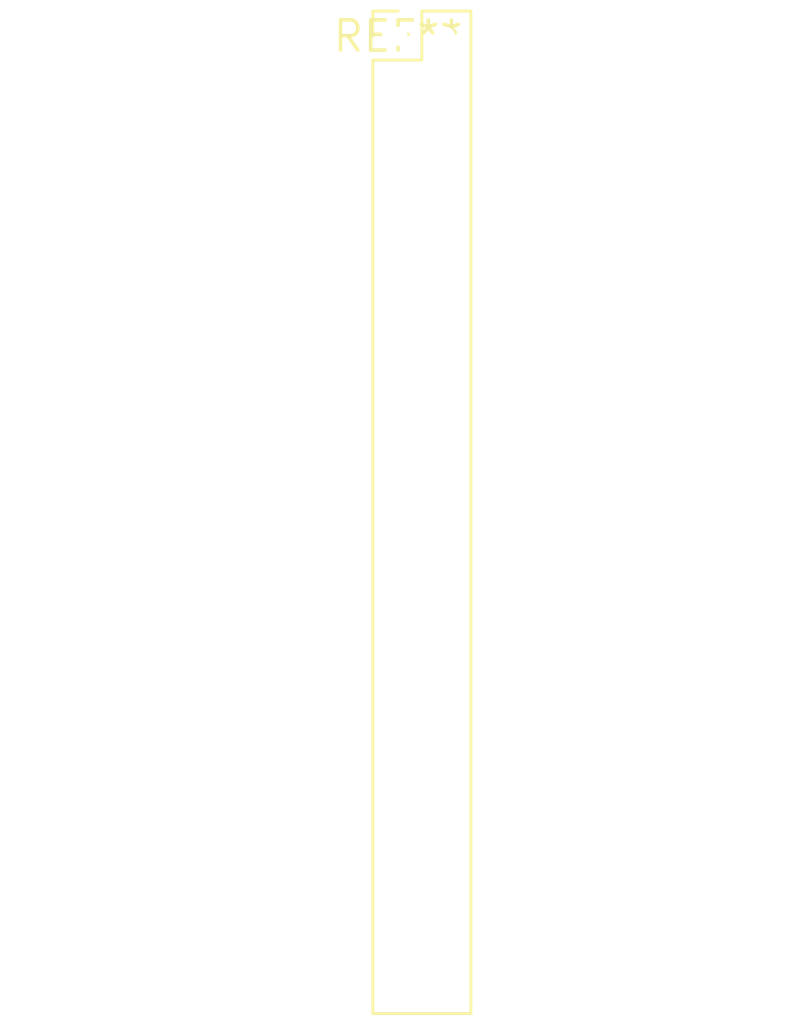
<source format=kicad_pcb>
(kicad_pcb (version 20240108) (generator pcbnew)
  (layers (0 "F.Cu" signal) (31 "B.Cu" signal) (34 "B.Paste" user) (35 "F.Paste" user) (36 "B.SilkS" user "B.Silkscreen") (37 "F.SilkS" user "F.Silkscreen") (38 "B.Mask" user) (39 "F.Mask" user) (44 "Edge.Cuts" user))
  (net 0 "")
  (footprint "PinHeader_2x21_P2.00mm_Vertical" (layer "F.Cu") (at 0 0)
    (property "Reference" "REF**")
    (property "Value" "PinHeader_2x21_P2.00mm_Vertical")
    (fp_line (start -1.06 -1.06) (end 0 -1.06) (layer "F.SilkS") (stroke (width 0.12)))
    (fp_line (start -1.06 0) (end -1.06 -1.06) (layer "F.SilkS") (stroke (width 0.12)))
    (fp_line (start -1.06 1) (end -1.06 41.06) (layer "F.SilkS") (stroke (width 0.12)))
    (fp_line (start -1.06 1) (end 1 1) (layer "F.SilkS") (stroke (width 0.12)))
    (fp_line (start -1.06 41.06) (end 3.06 41.06) (layer "F.SilkS") (stroke (width 0.12)))
    (fp_line (start 1 -1.06) (end 3.06 -1.06) (layer "F.SilkS") (stroke (width 0.12)))
    (fp_line (start 1 1) (end 1 -1.06) (layer "F.SilkS") (stroke (width 0.12)))
    (fp_line (start 3.06 -1.06) (end 3.06 41.06) (layer "F.SilkS") (stroke (width 0.12)))
    (pad "1" thru_hole rect (at 0 0) (size 1.35 1.35) (drill 0.8) (layers *.Cu *.Mask) (remove_unused_layers))
    (pad "2" thru_hole oval (at 2 0) (size 1.35 1.35) (drill 0.8) (layers *.Cu *.Mask) (remove_unused_layers))
    (pad "3" thru_hole oval (at 0 2) (size 1.35 1.35) (drill 0.8) (layers *.Cu *.Mask) (remove_unused_layers))
    (pad "4" thru_hole oval (at 2 2) (size 1.35 1.35) (drill 0.8) (layers *.Cu *.Mask) (remove_unused_layers))
    (pad "5" thru_hole oval (at 0 4) (size 1.35 1.35) (drill 0.8) (layers *.Cu *.Mask) (remove_unused_layers))
    (pad "6" thru_hole oval (at 2 4) (size 1.35 1.35) (drill 0.8) (layers *.Cu *.Mask) (remove_unused_layers))
    (pad "7" thru_hole oval (at 0 6) (size 1.35 1.35) (drill 0.8) (layers *.Cu *.Mask) (remove_unused_layers))
    (pad "8" thru_hole oval (at 2 6) (size 1.35 1.35) (drill 0.8) (layers *.Cu *.Mask) (remove_unused_layers))
    (pad "9" thru_hole oval (at 0 8) (size 1.35 1.35) (drill 0.8) (layers *.Cu *.Mask) (remove_unused_layers))
    (pad "10" thru_hole oval (at 2 8) (size 1.35 1.35) (drill 0.8) (layers *.Cu *.Mask) (remove_unused_layers))
    (pad "11" thru_hole oval (at 0 10) (size 1.35 1.35) (drill 0.8) (layers *.Cu *.Mask) (remove_unused_layers))
    (pad "12" thru_hole oval (at 2 10) (size 1.35 1.35) (drill 0.8) (layers *.Cu *.Mask) (remove_unused_layers))
    (pad "13" thru_hole oval (at 0 12) (size 1.35 1.35) (drill 0.8) (layers *.Cu *.Mask) (remove_unused_layers))
    (pad "14" thru_hole oval (at 2 12) (size 1.35 1.35) (drill 0.8) (layers *.Cu *.Mask) (remove_unused_layers))
    (pad "15" thru_hole oval (at 0 14) (size 1.35 1.35) (drill 0.8) (layers *.Cu *.Mask) (remove_unused_layers))
    (pad "16" thru_hole oval (at 2 14) (size 1.35 1.35) (drill 0.8) (layers *.Cu *.Mask) (remove_unused_layers))
    (pad "17" thru_hole oval (at 0 16) (size 1.35 1.35) (drill 0.8) (layers *.Cu *.Mask) (remove_unused_layers))
    (pad "18" thru_hole oval (at 2 16) (size 1.35 1.35) (drill 0.8) (layers *.Cu *.Mask) (remove_unused_layers))
    (pad "19" thru_hole oval (at 0 18) (size 1.35 1.35) (drill 0.8) (layers *.Cu *.Mask) (remove_unused_layers))
    (pad "20" thru_hole oval (at 2 18) (size 1.35 1.35) (drill 0.8) (layers *.Cu *.Mask) (remove_unused_layers))
    (pad "21" thru_hole oval (at 0 20) (size 1.35 1.35) (drill 0.8) (layers *.Cu *.Mask) (remove_unused_layers))
    (pad "22" thru_hole oval (at 2 20) (size 1.35 1.35) (drill 0.8) (layers *.Cu *.Mask) (remove_unused_layers))
    (pad "23" thru_hole oval (at 0 22) (size 1.35 1.35) (drill 0.8) (layers *.Cu *.Mask) (remove_unused_layers))
    (pad "24" thru_hole oval (at 2 22) (size 1.35 1.35) (drill 0.8) (layers *.Cu *.Mask) (remove_unused_layers))
    (pad "25" thru_hole oval (at 0 24) (size 1.35 1.35) (drill 0.8) (layers *.Cu *.Mask) (remove_unused_layers))
    (pad "26" thru_hole oval (at 2 24) (size 1.35 1.35) (drill 0.8) (layers *.Cu *.Mask) (remove_unused_layers))
    (pad "27" thru_hole oval (at 0 26) (size 1.35 1.35) (drill 0.8) (layers *.Cu *.Mask) (remove_unused_layers))
    (pad "28" thru_hole oval (at 2 26) (size 1.35 1.35) (drill 0.8) (layers *.Cu *.Mask) (remove_unused_layers))
    (pad "29" thru_hole oval (at 0 28) (size 1.35 1.35) (drill 0.8) (layers *.Cu *.Mask) (remove_unused_layers))
    (pad "30" thru_hole oval (at 2 28) (size 1.35 1.35) (drill 0.8) (layers *.Cu *.Mask) (remove_unused_layers))
    (pad "31" thru_hole oval (at 0 30) (size 1.35 1.35) (drill 0.8) (layers *.Cu *.Mask) (remove_unused_layers))
    (pad "32" thru_hole oval (at 2 30) (size 1.35 1.35) (drill 0.8) (layers *.Cu *.Mask) (remove_unused_layers))
    (pad "33" thru_hole oval (at 0 32) (size 1.35 1.35) (drill 0.8) (layers *.Cu *.Mask) (remove_unused_layers))
    (pad "34" thru_hole oval (at 2 32) (size 1.35 1.35) (drill 0.8) (layers *.Cu *.Mask) (remove_unused_layers))
    (pad "35" thru_hole oval (at 0 34) (size 1.35 1.35) (drill 0.8) (layers *.Cu *.Mask) (remove_unused_layers))
    (pad "36" thru_hole oval (at 2 34) (size 1.35 1.35) (drill 0.8) (layers *.Cu *.Mask) (remove_unused_layers))
    (pad "37" thru_hole oval (at 0 36) (size 1.35 1.35) (drill 0.8) (layers *.Cu *.Mask) (remove_unused_layers))
    (pad "38" thru_hole oval (at 2 36) (size 1.35 1.35) (drill 0.8) (layers *.Cu *.Mask) (remove_unused_layers))
    (pad "39" thru_hole oval (at 0 38) (size 1.35 1.35) (drill 0.8) (layers *.Cu *.Mask) (remove_unused_layers))
    (pad "40" thru_hole oval (at 2 38) (size 1.35 1.35) (drill 0.8) (layers *.Cu *.Mask) (remove_unused_layers))
    (pad "41" thru_hole oval (at 0 40) (size 1.35 1.35) (drill 0.8) (layers *.Cu *.Mask) (remove_unused_layers))
    (pad "42" thru_hole oval (at 2 40) (size 1.35 1.35) (drill 0.8) (layers *.Cu *.Mask) (remove_unused_layers))
  )
)
</source>
